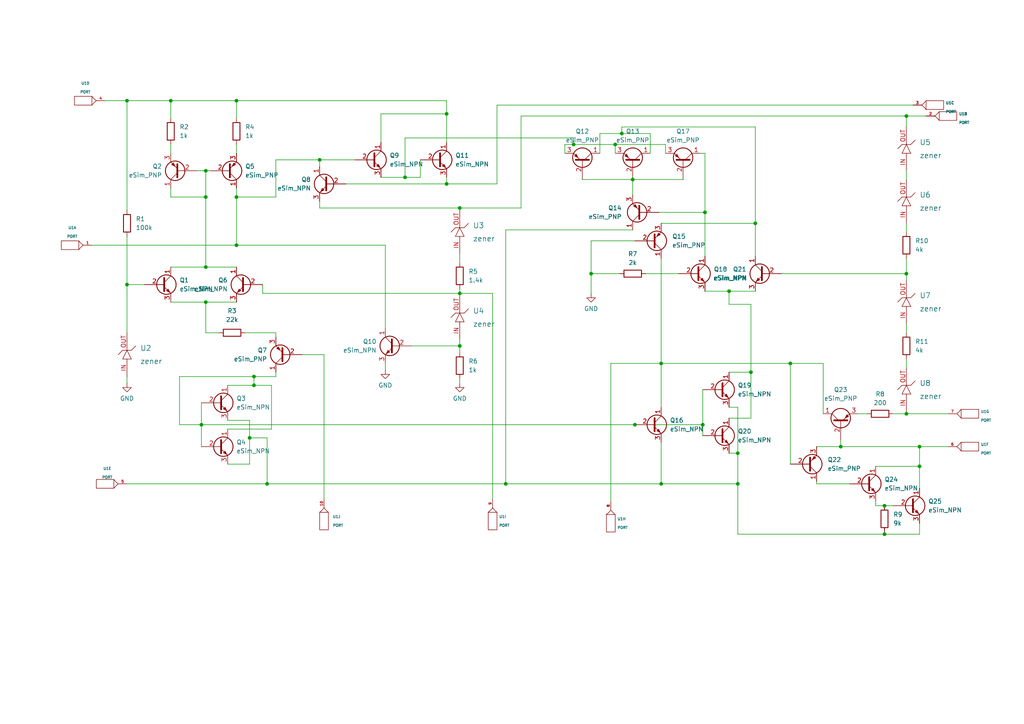
<source format=kicad_sch>
(kicad_sch (version 20211123) (generator eeschema)
  (paper "A4")
  (lib_symbols
    (symbol "eSim_Analog:zener" (pin_names (offset 1.016))
      (property "Reference" "U" (at -1.27 -2.54 0))
      (property "Value" "zener" (at 0 2.54 0))
      (symbol "zener_0_1"
        (polyline (pts (xy 2.54 -1.27) (xy 1.27 -2.54)))
        (polyline (pts (xy 2.54 1.27) (xy 2.54 -1.27)))
        (polyline (pts (xy 2.54 1.27) (xy 3.81 2.54)))
        (polyline (pts (xy 0 1.27) (xy 0 -1.27) (xy 2.54 0) (xy 0 1.27)))
      )
      (symbol "zener_1_1"
        (pin input line (at -5.08 0 0) (length 5.08) (name "~") (number "IN"))
        (pin output line (at 7.62 0 180) (length 5.08) (name "~") (number "OUT"))
      )
    )
    (symbol "eSim_Devices:eSim_NPN" (pin_names (offset 0) hide)
      (property "Reference" "Q" (at -2.54 1.27 0))
      (property "Value" "eSim_NPN" (at -1.27 3.81 0))
      (symbol "eSim_NPN_0_1"
        (polyline (pts (xy 0.635 0.635) (xy 2.54 2.54)))
        (polyline (pts (xy 0.635 -0.635) (xy 2.54 -2.54) (xy 2.54 -2.54)))
        (polyline (pts (xy 0.635 1.905) (xy 0.635 -1.905) (xy 0.635 -1.905)) (stroke (width 0.508)))
        (polyline (pts (xy 1.27 -1.778) (xy 1.778 -1.27) (xy 2.286 -2.286) (xy 1.27 -1.778) (xy 1.27 -1.778)) (fill (type outline)))
        (circle (center 1.27 0) (radius 2.8194) (stroke (width 0.254)))
      )
      (symbol "eSim_NPN_1_1"
        (pin passive line (at 2.54 5.08 270) (length 2.54) (name "C") (number "1"))
        (pin passive line (at -5.08 0 0) (length 5.715) (name "B") (number "2"))
        (pin passive line (at 2.54 -5.08 90) (length 2.54) (name "E") (number "3"))
      )
    )
    (symbol "eSim_Devices:eSim_PNP" (pin_names (offset 0) hide)
      (property "Reference" "Q" (at -2.54 1.27 0))
      (property "Value" "eSim_PNP" (at -1.27 3.81 0))
      (symbol "eSim_PNP_0_1"
        (polyline (pts (xy 0.635 0.635) (xy 2.54 2.54)))
        (polyline (pts (xy 0.635 -0.635) (xy 2.54 -2.54) (xy 2.54 -2.54)))
        (polyline (pts (xy 0.635 1.905) (xy 0.635 -1.905) (xy 0.635 -1.905)) (stroke (width 0.508)))
        (polyline (pts (xy 2.286 -1.778) (xy 1.778 -2.286) (xy 1.27 -1.27) (xy 2.286 -1.778) (xy 2.286 -1.778)) (fill (type outline)))
        (circle (center 1.27 0) (radius 2.8194) (stroke (width 0.254)))
      )
      (symbol "eSim_PNP_1_1"
        (pin passive line (at 2.54 5.08 270) (length 2.54) (name "C") (number "1"))
        (pin passive line (at -5.08 0 0) (length 5.715) (name "B") (number "2"))
        (pin passive line (at 2.54 -5.08 90) (length 2.54) (name "E") (number "3"))
      )
    )
    (symbol "eSim_Devices:resistor" (pin_numbers hide) (pin_names (offset 0))
      (property "Reference" "R" (at 1.27 3.302 0))
      (property "Value" "resistor" (at 1.27 -1.27 0))
      (symbol "resistor_0_1"
        (rectangle (start 3.81 0.254) (end -1.27 2.286) (stroke (width 0.254)))
      )
      (symbol "resistor_1_1"
        (pin passive line (at -2.54 1.27 0) (length 1.27) (name "~") (number "1"))
        (pin passive line (at 5.08 1.27 180) (length 1.27) (name "~") (number "2"))
      )
    )
    (symbol "eSim_Miscellaneous:PORT" (pin_names (offset 1.016))
      (property "Reference" "U" (at 1.27 2.54 0))
      (property "Value" "PORT" (at 0 0 0))
      (symbol "PORT_0_1"
        (rectangle (start -2.54 1.27) (end 2.54 -1.27))
        (arc (start 2.54 1.27) (mid 3.1355 0.5955) (end 3.81 0))
        (arc (start 3.81 0) (mid 3.1447 -0.6046) (end 2.54 -1.27))
      )
      (symbol "PORT_1_1"
        (pin bidirectional line (at 6.35 0 180) (length 2.54) (name "~") (number "1"))
      )
      (symbol "PORT_2_1"
        (pin bidirectional line (at 6.35 0 180) (length 2.54) (name "~") (number "2"))
      )
      (symbol "PORT_3_1"
        (pin bidirectional line (at 6.35 0 180) (length 2.54) (name "~") (number "3"))
      )
      (symbol "PORT_4_1"
        (pin bidirectional line (at 6.35 0 180) (length 2.54) (name "~") (number "4"))
      )
      (symbol "PORT_5_1"
        (pin bidirectional line (at 6.35 0 180) (length 2.54) (name "~") (number "5"))
      )
      (symbol "PORT_6_1"
        (pin bidirectional line (at 6.35 0 180) (length 2.54) (name "~") (number "6"))
      )
      (symbol "PORT_7_1"
        (pin bidirectional line (at 6.35 0 180) (length 2.54) (name "~") (number "7"))
      )
      (symbol "PORT_8_1"
        (pin bidirectional line (at 6.35 0 180) (length 2.54) (name "~") (number "8"))
      )
      (symbol "PORT_9_1"
        (pin bidirectional line (at 6.35 0 180) (length 2.54) (name "~") (number "9"))
      )
      (symbol "PORT_10_1"
        (pin bidirectional line (at 6.35 0 180) (length 2.54) (name "~") (number "10"))
      )
      (symbol "PORT_11_1"
        (pin bidirectional line (at 6.35 0 180) (length 2.54) (name "~") (number "11"))
      )
      (symbol "PORT_12_1"
        (pin bidirectional line (at 6.35 0 180) (length 2.54) (name "~") (number "12"))
      )
      (symbol "PORT_13_1"
        (pin bidirectional line (at 6.35 0 180) (length 2.54) (name "~") (number "13"))
      )
      (symbol "PORT_14_1"
        (pin bidirectional line (at 6.35 0 180) (length 2.54) (name "~") (number "14"))
      )
      (symbol "PORT_15_1"
        (pin bidirectional line (at 6.35 0 180) (length 2.54) (name "~") (number "15"))
      )
      (symbol "PORT_16_1"
        (pin bidirectional line (at 6.35 0 180) (length 2.54) (name "~") (number "16"))
      )
      (symbol "PORT_17_1"
        (pin bidirectional line (at 6.35 0 180) (length 2.54) (name "~") (number "17"))
      )
      (symbol "PORT_18_1"
        (pin bidirectional line (at 6.35 0 180) (length 2.54) (name "~") (number "18"))
      )
      (symbol "PORT_19_1"
        (pin bidirectional line (at 6.35 0 180) (length 2.54) (name "~") (number "19"))
      )
      (symbol "PORT_20_1"
        (pin bidirectional line (at 6.35 0 180) (length 2.54) (name "~") (number "20"))
      )
      (symbol "PORT_21_1"
        (pin bidirectional line (at 6.35 0 180) (length 2.54) (name "~") (number "21"))
      )
      (symbol "PORT_22_1"
        (pin bidirectional line (at 6.35 0 180) (length 2.54) (name "~") (number "22"))
      )
      (symbol "PORT_23_1"
        (pin bidirectional line (at 6.35 0 180) (length 2.54) (name "~") (number "23"))
      )
      (symbol "PORT_24_1"
        (pin bidirectional line (at 6.35 0 180) (length 2.54) (name "~") (number "24"))
      )
      (symbol "PORT_25_1"
        (pin bidirectional line (at 6.35 0 180) (length 2.54) (name "~") (number "25"))
      )
      (symbol "PORT_26_1"
        (pin bidirectional line (at 6.35 0 180) (length 2.54) (name "~") (number "26"))
      )
    )
    (symbol "eSim_Power:eSim_GND" (power) (pin_names (offset 0))
      (property "Value" "eSim_GND" (at 0 -3.81 0))
      (symbol "eSim_GND_0_1"
        (polyline (pts (xy 0 0) (xy 0 -1.27) (xy 1.27 -1.27) (xy 0 -2.54) (xy -1.27 -1.27) (xy 0 -1.27)))
      )
      (symbol "eSim_GND_1_1"
        (pin power_in line (at 0 0 270) (length 0) hide (name "GND") (number "1"))
      )
    )
  )
  (junction (at 36.83 29.21))
  (junction (at 256.54 154.94))
  (junction (at 266.7 135.255))
  (junction (at 191.77 105.41))
  (junction (at 213.995 131.445))
  (junction (at 49.53 29.21))
  (junction (at 203.835 123.19))
  (junction (at 68.58 71.12))
  (junction (at 243.84 129.54))
  (junction (at 183.515 52.07))
  (junction (at 262.89 79.375))
  (junction (at 262.89 120.015))
  (junction (at 68.58 29.21))
  (junction (at 92.71 46.355))
  (junction (at 146.685 140.335))
  (junction (at 129.54 53.34))
  (junction (at 59.69 57.15))
  (junction (at 77.47 140.335))
  (junction (at 262.89 33.655))
  (junction (at 204.47 61.595))
  (junction (at 73.66 109.22))
  (junction (at 133.35 85.09))
  (junction (at 68.58 57.15))
  (junction (at 219.075 64.77))
  (junction (at 36.83 82.55))
  (junction (at 213.995 140.335))
  (junction (at 59.69 49.53))
  (junction (at 133.35 60.325))
  (junction (at 171.45 79.375))
  (junction (at 59.69 77.47))
  (junction (at 211.455 84.455))
  (junction (at 191.77 140.335))
  (junction (at 217.805 107.95))
  (junction (at 129.54 33.02))
  (junction (at 166.37 41.91))
  (junction (at 117.475 51.435))
  (junction (at 58.42 123.19))
  (junction (at 72.39 127))
  (junction (at 133.35 100.33))
  (junction (at 256.54 146.685))
  (junction (at 73.66 111.76))
  (junction (at 180.34 38.735))
  (junction (at 266.7 129.54))
  (junction (at 229.235 105.41))
  (junction (at 184.15 123.19))
  (junction (at 178.435 41.91))
  (junction (at 59.69 87.63))
  (wire (pts (xy 80.01 97.79) (xy 80.01 96.52)))
  (wire (pts (xy 73.66 111.76) (xy 78.74 111.76)))
  (wire (pts (xy 68.58 54.61) (xy 68.58 57.15)))
  (wire (pts (xy 266.7 154.94) (xy 256.54 154.94)))
  (wire (pts (xy 36.83 82.55) (xy 36.83 96.52)))
  (wire (pts (xy 180.34 36.83) (xy 180.34 38.735)))
  (wire (pts (xy 49.53 87.63) (xy 59.69 87.63)))
  (wire (pts (xy 166.37 41.91) (xy 178.435 41.91)))
  (wire (pts (xy 129.54 51.435) (xy 129.54 53.34)))
  (wire (pts (xy 58.42 129.54) (xy 58.42 123.19)))
  (wire (pts (xy 78.74 124.46) (xy 66.04 124.46)))
  (wire (pts (xy 226.695 79.375) (xy 262.89 79.375)))
  (wire (pts (xy 171.45 69.85) (xy 171.45 79.375)))
  (wire (pts (xy 121.92 51.435) (xy 121.92 46.355)))
  (wire (pts (xy 203.2 44.45) (xy 204.47 44.45)))
  (wire (pts (xy 262.89 64.77) (xy 262.89 67.31)))
  (wire (pts (xy 213.995 131.445) (xy 213.995 140.335)))
  (wire (pts (xy 266.7 135.255) (xy 266.7 141.605)))
  (wire (pts (xy 117.475 40.005) (xy 117.475 51.435)))
  (wire (pts (xy 80.01 57.15) (xy 68.58 57.15)))
  (wire (pts (xy 68.58 41.91) (xy 68.58 44.45)))
  (wire (pts (xy 80.01 46.355) (xy 80.01 57.15)))
  (wire (pts (xy 203.835 113.03) (xy 203.835 123.19)))
  (wire (pts (xy 217.805 88.265) (xy 211.455 88.265)))
  (wire (pts (xy 133.35 109.855) (xy 133.35 111.125)))
  (wire (pts (xy 92.71 46.355) (xy 102.87 46.355)))
  (wire (pts (xy 133.35 98.425) (xy 133.35 100.33)))
  (wire (pts (xy 41.91 82.55) (xy 36.83 82.55)))
  (wire (pts (xy 266.7 135.255) (xy 266.7 129.54)))
  (wire (pts (xy 151.13 60.325) (xy 151.13 33.655)))
  (wire (pts (xy 184.15 69.85) (xy 171.45 69.85)))
  (wire (pts (xy 59.69 96.52) (xy 59.69 87.63)))
  (wire (pts (xy 49.53 34.29) (xy 49.53 29.21)))
  (wire (pts (xy 191.77 105.41) (xy 191.77 118.11)))
  (wire (pts (xy 52.07 109.22) (xy 73.66 109.22)))
  (wire (pts (xy 248.92 120.015) (xy 251.46 120.015)))
  (wire (pts (xy 78.74 111.76) (xy 78.74 124.46)))
  (wire (pts (xy 211.455 84.455) (xy 219.075 84.455)))
  (wire (pts (xy 213.995 140.335) (xy 213.995 154.94)))
  (wire (pts (xy 72.39 127) (xy 72.39 134.62)))
  (wire (pts (xy 259.08 120.015) (xy 262.89 120.015)))
  (wire (pts (xy 80.01 107.95) (xy 80.01 109.22)))
  (wire (pts (xy 133.35 83.82) (xy 133.35 85.09)))
  (wire (pts (xy 256.54 146.685) (xy 259.08 146.685)))
  (wire (pts (xy 193.04 41.91) (xy 193.04 44.45)))
  (wire (pts (xy 49.53 77.47) (xy 59.69 77.47)))
  (wire (pts (xy 80.01 109.22) (xy 73.66 109.22)))
  (wire (pts (xy 256.54 154.94) (xy 213.995 154.94)))
  (wire (pts (xy 243.84 127.635) (xy 243.84 129.54)))
  (wire (pts (xy 178.435 41.91) (xy 193.04 41.91)))
  (wire (pts (xy 183.515 66.675) (xy 146.685 66.675)))
  (wire (pts (xy 58.42 123.19) (xy 52.07 123.19)))
  (wire (pts (xy 52.07 123.19) (xy 52.07 109.22)))
  (wire (pts (xy 129.54 53.34) (xy 144.145 53.34)))
  (wire (pts (xy 168.91 52.07) (xy 183.515 52.07)))
  (wire (pts (xy 191.77 105.41) (xy 229.235 105.41)))
  (wire (pts (xy 100.33 53.34) (xy 129.54 53.34)))
  (wire (pts (xy 36.83 109.22) (xy 36.83 111.125)))
  (wire (pts (xy 36.83 140.335) (xy 77.47 140.335)))
  (wire (pts (xy 236.855 140.335) (xy 246.38 140.335)))
  (wire (pts (xy 236.855 129.54) (xy 243.84 129.54)))
  (wire (pts (xy 76.2 85.09) (xy 133.35 85.09)))
  (wire (pts (xy 173.99 38.735) (xy 180.34 38.735)))
  (wire (pts (xy 92.71 60.325) (xy 133.35 60.325)))
  (wire (pts (xy 191.77 105.41) (xy 177.165 105.41)))
  (wire (pts (xy 262.89 120.015) (xy 274.955 120.015)))
  (wire (pts (xy 266.7 129.54) (xy 274.955 129.54)))
  (wire (pts (xy 180.34 38.735) (xy 188.595 38.735)))
  (wire (pts (xy 59.69 77.47) (xy 59.69 57.15)))
  (wire (pts (xy 219.075 64.77) (xy 219.075 36.83)))
  (wire (pts (xy 49.53 57.15) (xy 59.69 57.15)))
  (wire (pts (xy 236.855 139.7) (xy 236.855 140.335)))
  (wire (pts (xy 254 145.415) (xy 254 146.685)))
  (wire (pts (xy 77.47 140.335) (xy 146.685 140.335)))
  (wire (pts (xy 256.54 154.305) (xy 256.54 154.94)))
  (wire (pts (xy 72.39 121.92) (xy 72.39 127)))
  (wire (pts (xy 262.89 74.93) (xy 262.89 79.375)))
  (wire (pts (xy 49.53 29.21) (xy 68.58 29.21)))
  (wire (pts (xy 58.42 123.19) (xy 184.15 123.19)))
  (wire (pts (xy 129.54 33.02) (xy 129.54 29.21)))
  (wire (pts (xy 77.47 127) (xy 77.47 140.335)))
  (wire (pts (xy 133.35 60.325) (xy 133.35 60.96)))
  (wire (pts (xy 119.38 100.33) (xy 133.35 100.33)))
  (wire (pts (xy 30.48 29.21) (xy 36.83 29.21)))
  (wire (pts (xy 177.165 105.41) (xy 177.165 145.415)))
  (wire (pts (xy 254 135.255) (xy 266.7 135.255)))
  (wire (pts (xy 171.45 79.375) (xy 179.705 79.375)))
  (wire (pts (xy 211.455 107.95) (xy 217.805 107.95)))
  (wire (pts (xy 76.2 82.55) (xy 76.2 85.09)))
  (wire (pts (xy 229.235 134.62) (xy 229.235 105.41)))
  (wire (pts (xy 80.01 96.52) (xy 71.12 96.52)))
  (wire (pts (xy 142.875 85.09) (xy 142.875 144.78)))
  (wire (pts (xy 59.69 57.15) (xy 59.69 49.53)))
  (wire (pts (xy 262.89 49.53) (xy 262.89 52.07)))
  (wire (pts (xy 266.7 151.765) (xy 266.7 154.94)))
  (wire (pts (xy 238.76 120.015) (xy 238.76 105.41)))
  (wire (pts (xy 183.515 52.07) (xy 183.515 56.515)))
  (wire (pts (xy 26.67 71.12) (xy 68.58 71.12)))
  (wire (pts (xy 204.47 84.455) (xy 211.455 84.455)))
  (wire (pts (xy 191.77 140.335) (xy 146.685 140.335)))
  (wire (pts (xy 262.89 104.14) (xy 262.89 106.68)))
  (wire (pts (xy 187.325 79.375) (xy 196.85 79.375)))
  (wire (pts (xy 63.5 96.52) (xy 59.69 96.52)))
  (wire (pts (xy 191.77 64.77) (xy 219.075 64.77)))
  (wire (pts (xy 58.42 116.84) (xy 58.42 123.19)))
  (wire (pts (xy 262.89 33.655) (xy 262.89 36.83)))
  (wire (pts (xy 173.99 44.45) (xy 173.99 38.735)))
  (wire (pts (xy 163.83 44.45) (xy 163.83 41.91)))
  (wire (pts (xy 68.58 71.12) (xy 111.76 71.12)))
  (wire (pts (xy 262.89 119.38) (xy 262.89 120.015)))
  (wire (pts (xy 133.35 85.09) (xy 142.875 85.09)))
  (wire (pts (xy 183.515 52.07) (xy 198.12 52.07)))
  (wire (pts (xy 133.35 102.235) (xy 133.35 100.33)))
  (wire (pts (xy 229.235 105.41) (xy 238.76 105.41)))
  (wire (pts (xy 188.595 38.735) (xy 188.595 44.45)))
  (wire (pts (xy 111.76 95.25) (xy 111.76 71.12)))
  (wire (pts (xy 262.89 93.98) (xy 262.89 96.52)))
  (wire (pts (xy 213.995 140.335) (xy 191.77 140.335)))
  (wire (pts (xy 262.89 79.375) (xy 262.89 81.28)))
  (wire (pts (xy 213.995 118.11) (xy 213.995 131.445)))
  (wire (pts (xy 191.77 74.93) (xy 191.77 105.41)))
  (wire (pts (xy 219.075 74.295) (xy 219.075 64.77)))
  (wire (pts (xy 36.83 29.21) (xy 36.83 60.96)))
  (wire (pts (xy 243.84 129.54) (xy 266.7 129.54)))
  (wire (pts (xy 204.47 61.595) (xy 204.47 74.295)))
  (wire (pts (xy 219.075 36.83) (xy 180.34 36.83)))
  (wire (pts (xy 72.39 127) (xy 77.47 127)))
  (wire (pts (xy 72.39 134.62) (xy 66.04 134.62)))
  (wire (pts (xy 171.45 79.375) (xy 171.45 85.09)))
  (wire (pts (xy 166.37 40.005) (xy 117.475 40.005)))
  (wire (pts (xy 211.455 131.445) (xy 213.995 131.445)))
  (wire (pts (xy 117.475 51.435) (xy 121.92 51.435)))
  (wire (pts (xy 144.145 30.48) (xy 264.795 30.48)))
  (wire (pts (xy 129.54 29.21) (xy 68.58 29.21)))
  (wire (pts (xy 66.04 121.92) (xy 72.39 121.92)))
  (wire (pts (xy 110.49 41.275) (xy 110.49 33.02)))
  (wire (pts (xy 151.13 33.655) (xy 262.89 33.655)))
  (wire (pts (xy 254 146.685) (xy 256.54 146.685)))
  (wire (pts (xy 68.58 34.29) (xy 68.58 29.21)))
  (wire (pts (xy 191.135 61.595) (xy 204.47 61.595)))
  (wire (pts (xy 211.455 118.11) (xy 213.995 118.11)))
  (wire (pts (xy 57.15 49.53) (xy 59.69 49.53)))
  (wire (pts (xy 146.685 66.675) (xy 146.685 140.335)))
  (wire (pts (xy 110.49 51.435) (xy 117.475 51.435)))
  (wire (pts (xy 110.49 33.02) (xy 129.54 33.02)))
  (wire (pts (xy 36.83 82.55) (xy 36.83 68.58)))
  (wire (pts (xy 211.455 88.265) (xy 211.455 84.455)))
  (wire (pts (xy 59.69 49.53) (xy 60.96 49.53)))
  (wire (pts (xy 49.53 54.61) (xy 49.53 57.15)))
  (wire (pts (xy 217.805 107.95) (xy 217.805 121.285)))
  (wire (pts (xy 59.69 87.63) (xy 68.58 87.63)))
  (wire (pts (xy 144.145 53.34) (xy 144.145 30.48)))
  (wire (pts (xy 73.66 109.22) (xy 73.66 111.76)))
  (wire (pts (xy 203.835 123.19) (xy 203.835 126.365)))
  (wire (pts (xy 163.83 41.91) (xy 166.37 41.91)))
  (wire (pts (xy 129.54 41.275) (xy 129.54 33.02)))
  (wire (pts (xy 66.04 111.76) (xy 73.66 111.76)))
  (wire (pts (xy 204.47 44.45) (xy 204.47 61.595)))
  (wire (pts (xy 217.805 88.265) (xy 217.805 107.95)))
  (wire (pts (xy 92.71 48.26) (xy 92.71 46.355)))
  (wire (pts (xy 133.35 60.325) (xy 151.13 60.325)))
  (wire (pts (xy 59.69 77.47) (xy 68.58 77.47)))
  (wire (pts (xy 178.435 44.45) (xy 178.435 41.91)))
  (wire (pts (xy 87.63 102.87) (xy 93.98 102.87)))
  (wire (pts (xy 49.53 41.91) (xy 49.53 44.45)))
  (wire (pts (xy 203.835 123.19) (xy 184.15 123.19)))
  (wire (pts (xy 211.455 121.285) (xy 217.805 121.285)))
  (wire (pts (xy 191.77 128.27) (xy 191.77 140.335)))
  (wire (pts (xy 36.83 29.21) (xy 49.53 29.21)))
  (wire (pts (xy 133.35 73.66) (xy 133.35 76.2)))
  (wire (pts (xy 92.71 46.355) (xy 80.01 46.355)))
  (wire (pts (xy 92.71 58.42) (xy 92.71 60.325)))
  (wire (pts (xy 262.89 33.655) (xy 268.605 33.655)))
  (wire (pts (xy 93.98 102.87) (xy 93.98 144.78)))
  (wire (pts (xy 133.35 85.09) (xy 133.35 85.725)))
  (wire (pts (xy 111.76 105.41) (xy 111.76 107.315)))
  (wire (pts (xy 68.58 57.15) (xy 68.58 71.12)))
  (wire (pts (xy 166.37 41.91) (xy 166.37 40.005)))
  (symbol (lib_id "eSim_Analog:zener") (at 262.89 114.3 270) (mirror x) (unit 1)
    (property "Reference" "U8" (at 266.7 111.125 90) (effects (font (size 1.524 1.524)) (justify left)))
    (property "Value" "zener" (at 266.7 114.935 90) (effects (font (size 1.524 1.524)) (justify left)))
  )
  (symbol (lib_id "eSim_Devices:eSim_NPN") (at 251.46 140.335 0) (unit 1)
    (property "Reference" "Q24" (at 256.54 139.0649 0) (effects (justify left)))
    (property "Value" "eSim_NPN" (at 256.54 141.6049 0) (effects (justify left)))
  )
  (symbol (lib_id "eSim_Devices:eSim_PNP") (at 183.515 46.99 270) (mirror x) (unit 1)
    (property "Reference" "Q13" (at 183.515 38.1 90))
    (property "Value" "eSim_PNP" (at 183.515 40.64 90))
  )
  (symbol (lib_id "eSim_Devices:eSim_PNP") (at 66.04 49.53 0) (mirror x) (unit 1)
    (property "Reference" "Q5" (at 71.12 48.2599 0) (effects (justify left)))
    (property "Value" "eSim_PNP" (at 71.12 50.7999 0) (effects (justify left)))
  )
  (symbol (lib_id "eSim_Devices:eSim_NPN") (at 189.23 123.19 0) (unit 1)
    (property "Reference" "Q16" (at 194.31 121.9199 0) (effects (justify left)))
    (property "Value" "eSim_NPN" (at 194.31 124.4599 0) (effects (justify left)))
  )
  (symbol (lib_id "eSim_Devices:eSim_PNP") (at 186.055 61.595 180) (unit 1)
    (property "Reference" "Q14" (at 180.34 60.3249 0) (effects (justify left)))
    (property "Value" "eSim_PNP" (at 180.34 62.8649 0) (effects (justify left)))
  )
  (symbol (lib_id "eSim_Devices:resistor") (at 38.1 66.04 90) (unit 1)
    (property "Reference" "R1" (at 39.37 63.4999 90) (effects (justify right)))
    (property "Value" "100k" (at 39.37 66.0399 90) (effects (justify right)))
  )
  (symbol (lib_id "eSim_Analog:zener") (at 262.89 88.9 270) (mirror x) (unit 1)
    (property "Reference" "U7" (at 266.7 85.725 90) (effects (font (size 1.524 1.524)) (justify left)))
    (property "Value" "zener" (at 266.7 89.535 90) (effects (font (size 1.524 1.524)) (justify left)))
  )
  (symbol (lib_id "eSim_Devices:resistor") (at 134.62 81.28 90) (unit 1)
    (property "Reference" "R5" (at 135.89 78.7399 90) (effects (justify right)))
    (property "Value" "1.4k" (at 135.89 81.2799 90) (effects (justify right)))
  )
  (symbol (lib_id "eSim_Devices:eSim_NPN") (at 264.16 146.685 0) (unit 1)
    (property "Reference" "Q25" (at 269.24 145.4149 0) (effects (justify left)))
    (property "Value" "eSim_NPN" (at 269.24 147.9549 0) (effects (justify left)))
  )
  (symbol (lib_id "eSim_Devices:eSim_NPN") (at 95.25 53.34 0) (mirror y) (unit 1)
    (property "Reference" "Q8" (at 90.17 52.0699 0) (effects (justify left)))
    (property "Value" "eSim_NPN" (at 90.17 54.6099 0) (effects (justify left)))
  )
  (symbol (lib_id "eSim_Devices:eSim_PNP") (at 82.55 102.87 180) (unit 1)
    (property "Reference" "Q7" (at 77.47 101.5999 0) (effects (justify left)))
    (property "Value" "eSim_PNP" (at 77.47 104.1399 0) (effects (justify left)))
  )
  (symbol (lib_id "eSim_Devices:eSim_NPN") (at 127 46.355 0) (unit 1)
    (property "Reference" "Q11" (at 132.08 45.0849 0) (effects (justify left)))
    (property "Value" "eSim_NPN" (at 132.08 47.6249 0) (effects (justify left)))
  )
  (symbol (lib_id "eSim_Analog:zener") (at 262.89 44.45 270) (mirror x) (unit 1)
    (property "Reference" "U5" (at 266.7 41.275 90) (effects (font (size 1.524 1.524)) (justify left)))
    (property "Value" "zener" (at 266.7 45.085 90) (effects (font (size 1.524 1.524)) (justify left)))
  )
  (symbol (lib_id "eSim_Power:eSim_GND") (at 111.76 107.315 0) (unit 1)
    (property "Reference" "#PWR02" (effects hide))
    (property "Value" "eSim_GND" (at 111.76 111.76 0))
  )
  (symbol (lib_id "eSim_Analog:zener") (at 36.83 104.14 270) (mirror x) (unit 1)
    (property "Reference" "U2" (at 40.64 100.965 90) (effects (font (size 1.524 1.524)) (justify left)))
    (property "Value" "zener" (at 40.64 104.775 90) (effects (font (size 1.524 1.524)) (justify left)))
  )
  (symbol (lib_id "eSim_Devices:resistor") (at 257.81 151.765 90) (unit 1)
    (property "Reference" "R9" (at 259.08 149.2249 90) (effects (justify right)))
    (property "Value" "9k" (at 259.08 151.7649 90) (effects (justify right)))
  )
  (symbol (lib_id "eSim_Devices:resistor") (at 264.16 72.39 90) (unit 1)
    (property "Reference" "R10" (at 265.43 69.8499 90) (effects (justify right)))
    (property "Value" "4k" (at 265.43 72.3899 90) (effects (justify right)))
  )
  (symbol (lib_id "eSim_Miscellaneous:PORT") (at 281.305 120.015 180) (unit 7)
    (property "Reference" "U1" (at 284.48 119.38 0) (effects (font (size 0.762 0.762)) (justify right)))
    (property "Value" "PORT" (at 284.48 121.92 0) (effects (font (size 0.762 0.762)) (justify right)))
  )
  (symbol (lib_id "eSim_Miscellaneous:PORT") (at 281.305 129.54 180) (unit 6)
    (property "Reference" "U1" (at 284.48 128.905 0) (effects (font (size 0.762 0.762)) (justify right)))
    (property "Value" "PORT" (at 284.48 131.445 0) (effects (font (size 0.762 0.762)) (justify right)))
  )
  (symbol (lib_id "eSim_Devices:eSim_NPN") (at 46.99 82.55 0) (unit 1)
    (property "Reference" "Q1" (at 52.07 81.2799 0) (effects (justify left)))
    (property "Value" "eSim_NPN" (at 52.07 83.8199 0) (effects (justify left)))
  )
  (symbol (lib_id "eSim_Devices:resistor") (at 264.16 101.6 90) (unit 1)
    (property "Reference" "R11" (at 265.43 99.0599 90) (effects (justify right)))
    (property "Value" "4k" (at 265.43 101.5999 90) (effects (justify right)))
  )
  (symbol (lib_id "eSim_Analog:zener") (at 133.35 93.345 270) (mirror x) (unit 1)
    (property "Reference" "U4" (at 137.16 90.17 90) (effects (font (size 1.524 1.524)) (justify left)))
    (property "Value" "zener" (at 137.16 93.98 90) (effects (font (size 1.524 1.524)) (justify left)))
  )
  (symbol (lib_id "eSim_Devices:eSim_NPN") (at 208.915 126.365 0) (unit 1)
    (property "Reference" "Q20" (at 213.995 125.0949 0) (effects (justify left)))
    (property "Value" "eSim_NPN" (at 213.995 127.6349 0) (effects (justify left)))
  )
  (symbol (lib_id "eSim_Miscellaneous:PORT") (at 24.13 29.21 0) (unit 4)
    (property "Reference" "U1" (at 24.765 24.13 0) (effects (font (size 0.762 0.762))))
    (property "Value" "PORT" (at 24.765 26.67 0) (effects (font (size 0.762 0.762))))
  )
  (symbol (lib_id "eSim_Analog:zener") (at 133.35 68.58 270) (mirror x) (unit 1)
    (property "Reference" "U3" (at 137.16 65.405 90) (effects (font (size 1.524 1.524)) (justify left)))
    (property "Value" "zener" (at 137.16 69.215 90) (effects (font (size 1.524 1.524)) (justify left)))
  )
  (symbol (lib_id "eSim_Devices:resistor") (at 256.54 118.745 180) (unit 1)
    (property "Reference" "R8" (at 255.27 114.3 0))
    (property "Value" "200" (at 255.27 116.84 0))
  )
  (symbol (lib_id "eSim_Miscellaneous:PORT") (at 274.955 33.655 180) (unit 2)
    (property "Reference" "U1" (at 278.13 33.02 0) (effects (font (size 0.762 0.762)) (justify right)))
    (property "Value" "PORT" (at 278.13 35.56 0) (effects (font (size 0.762 0.762)) (justify right)))
  )
  (symbol (lib_id "eSim_Devices:eSim_NPN") (at 201.93 79.375 0) (unit 1)
    (property "Reference" "Q18" (at 207.01 78.1049 0) (effects (justify left)))
    (property "Value" "eSim_NPN" (at 207.01 80.6449 0) (effects (justify left)))
  )
  (symbol (lib_id "eSim_Miscellaneous:PORT") (at 142.875 151.13 90) (unit 9)
    (property "Reference" "U1" (at 144.78 149.86 90) (effects (font (size 0.762 0.762)) (justify right)))
    (property "Value" "PORT" (at 144.78 152.4 90) (effects (font (size 0.762 0.762)) (justify right)))
  )
  (symbol (lib_id "eSim_Devices:eSim_NPN") (at 208.915 113.03 0) (unit 1)
    (property "Reference" "Q19" (at 213.995 111.7599 0) (effects (justify left)))
    (property "Value" "eSim_NPN" (at 213.995 114.2999 0) (effects (justify left)))
  )
  (symbol (lib_id "eSim_Devices:eSim_NPN") (at 114.3 100.33 0) (mirror y) (unit 1)
    (property "Reference" "Q10" (at 109.22 99.0599 0) (effects (justify left)))
    (property "Value" "eSim_NPN" (at 109.22 101.5999 0) (effects (justify left)))
  )
  (symbol (lib_id "eSim_Devices:eSim_PNP") (at 234.315 134.62 0) (mirror x) (unit 1)
    (property "Reference" "Q22" (at 240.03 133.3499 0) (effects (justify left)))
    (property "Value" "eSim_PNP" (at 240.03 135.8899 0) (effects (justify left)))
  )
  (symbol (lib_id "eSim_Devices:eSim_NPN") (at 63.5 116.84 0) (unit 1)
    (property "Reference" "Q3" (at 68.58 115.5699 0) (effects (justify left)))
    (property "Value" "eSim_NPN" (at 68.58 118.1099 0) (effects (justify left)))
  )
  (symbol (lib_id "eSim_Miscellaneous:PORT") (at 20.32 71.12 0) (unit 1)
    (property "Reference" "U1" (at 20.955 66.04 0) (effects (font (size 0.762 0.762))))
    (property "Value" "PORT" (at 20.955 68.58 0) (effects (font (size 0.762 0.762))))
  )
  (symbol (lib_id "eSim_Power:eSim_GND") (at 133.35 111.125 0) (unit 1)
    (property "Reference" "#PWR03" (effects hide))
    (property "Value" "eSim_GND" (at 133.35 115.57 0))
  )
  (symbol (lib_id "eSim_Miscellaneous:PORT") (at 93.98 151.13 90) (unit 10)
    (property "Reference" "U1" (at 96.52 149.86 90) (effects (font (size 0.762 0.762)) (justify right)))
    (property "Value" "PORT" (at 96.52 152.4 90) (effects (font (size 0.762 0.762)) (justify right)))
  )
  (symbol (lib_id "eSim_Miscellaneous:PORT") (at 177.165 151.765 90) (unit 8)
    (property "Reference" "U1" (at 179.07 150.495 90) (effects (font (size 0.762 0.762)) (justify right)))
    (property "Value" "PORT" (at 179.07 153.035 90) (effects (font (size 0.762 0.762)) (justify right)))
  )
  (symbol (lib_id "eSim_Devices:eSim_PNP") (at 243.84 122.555 90) (unit 1)
    (property "Reference" "Q23" (at 243.84 113.03 90))
    (property "Value" "eSim_PNP" (at 243.84 115.57 90))
  )
  (symbol (lib_id "eSim_Devices:resistor") (at 134.62 107.315 90) (unit 1)
    (property "Reference" "R6" (at 135.89 104.7749 90) (effects (justify right)))
    (property "Value" "1k" (at 135.89 107.3149 90) (effects (justify right)))
  )
  (symbol (lib_id "eSim_Miscellaneous:PORT") (at 271.145 30.48 180) (unit 3)
    (property "Reference" "U1" (at 274.32 29.845 0) (effects (font (size 0.762 0.762)) (justify right)))
    (property "Value" "PORT" (at 274.32 32.385 0) (effects (font (size 0.762 0.762)) (justify right)))
  )
  (symbol (lib_id "eSim_Analog:zener") (at 262.89 59.69 270) (mirror x) (unit 1)
    (property "Reference" "U6" (at 266.7 56.515 90) (effects (font (size 1.524 1.524)) (justify left)))
    (property "Value" "zener" (at 266.7 60.325 90) (effects (font (size 1.524 1.524)) (justify left)))
  )
  (symbol (lib_id "eSim_Devices:resistor") (at 69.85 39.37 90) (unit 1)
    (property "Reference" "R4" (at 71.12 36.8299 90) (effects (justify right)))
    (property "Value" "1k" (at 71.12 39.3699 90) (effects (justify right)))
  )
  (symbol (lib_id "eSim_Devices:eSim_PNP") (at 198.12 46.99 270) (mirror x) (unit 1)
    (property "Reference" "Q17" (at 198.12 38.1 90))
    (property "Value" "eSim_PNP" (at 198.12 40.64 90))
  )
  (symbol (lib_id "eSim_Devices:resistor") (at 184.785 78.105 180) (unit 1)
    (property "Reference" "R7" (at 183.515 73.66 0))
    (property "Value" "2k" (at 183.515 76.2 0))
  )
  (symbol (lib_id "eSim_Miscellaneous:PORT") (at 30.48 140.335 0) (unit 5)
    (property "Reference" "U1" (at 31.115 135.89 0) (effects (font (size 0.762 0.762))))
    (property "Value" "PORT" (at 31.115 138.43 0) (effects (font (size 0.762 0.762))))
  )
  (symbol (lib_id "eSim_Power:eSim_GND") (at 36.83 111.125 0) (unit 1)
    (property "Reference" "#PWR01" (effects hide))
    (property "Value" "eSim_GND" (at 36.83 115.57 0))
  )
  (symbol (lib_id "eSim_Devices:resistor") (at 68.58 95.25 180) (unit 1)
    (property "Reference" "R3" (at 67.31 90.17 0))
    (property "Value" "22k" (at 67.31 92.71 0))
  )
  (symbol (lib_id "eSim_Devices:eSim_NPN") (at 221.615 79.375 0) (mirror y) (unit 1)
    (property "Reference" "Q21" (at 216.535 78.1049 0) (effects (justify left)))
    (property "Value" "eSim_NPN" (at 216.535 80.6449 0) (effects (justify left)))
  )
  (symbol (lib_id "eSim_Devices:eSim_NPN") (at 107.95 46.355 0) (unit 1)
    (property "Reference" "Q9" (at 113.03 45.0849 0) (effects (justify left)))
    (property "Value" "eSim_NPN" (at 113.03 47.6249 0) (effects (justify left)))
  )
  (symbol (lib_id "eSim_Devices:eSim_PNP") (at 168.91 46.99 270) (mirror x) (unit 1)
    (property "Reference" "Q12" (at 168.91 38.1 90))
    (property "Value" "eSim_PNP" (at 168.91 40.64 90))
  )
  (symbol (lib_id "eSim_Devices:eSim_NPN") (at 71.12 82.55 0) (mirror y) (unit 1)
    (property "Reference" "Q6" (at 66.04 81.2799 0) (effects (justify left)))
    (property "Value" "eSim_NPN" (at 66.04 83.8199 0) (effects (justify left)))
  )
  (symbol (lib_id "eSim_Devices:eSim_PNP") (at 189.23 69.85 0) (mirror x) (unit 1)
    (property "Reference" "Q15" (at 194.945 68.5799 0) (effects (justify left)))
    (property "Value" "eSim_PNP" (at 194.945 71.1199 0) (effects (justify left)))
  )
  (symbol (lib_id "eSim_Power:eSim_GND") (at 171.45 85.09 0) (unit 1)
    (property "Reference" "#PWR04" (effects hide))
    (property "Value" "eSim_GND" (at 171.45 89.535 0))
  )
  (symbol (lib_id "eSim_Devices:eSim_NPN") (at 63.5 129.54 0) (unit 1)
    (property "Reference" "Q4" (at 68.58 128.2699 0) (effects (justify left)))
    (property "Value" "eSim_NPN" (at 68.58 130.8099 0) (effects (justify left)))
  )
  (symbol (lib_id "eSim_Devices:eSim_PNP") (at 52.07 49.53 180) (unit 1)
    (property "Reference" "Q2" (at 46.99 48.2599 0) (effects (justify left)))
    (property "Value" "eSim_PNP" (at 46.99 50.7999 0) (effects (justify left)))
  )
  (symbol (lib_id "eSim_Devices:resistor") (at 50.8 39.37 90) (unit 1)
    (property "Reference" "R2" (at 52.07 36.8299 90) (effects (justify right)))
    (property "Value" "1k" (at 52.07 39.3699 90) (effects (justify right)))
  )
)
</source>
